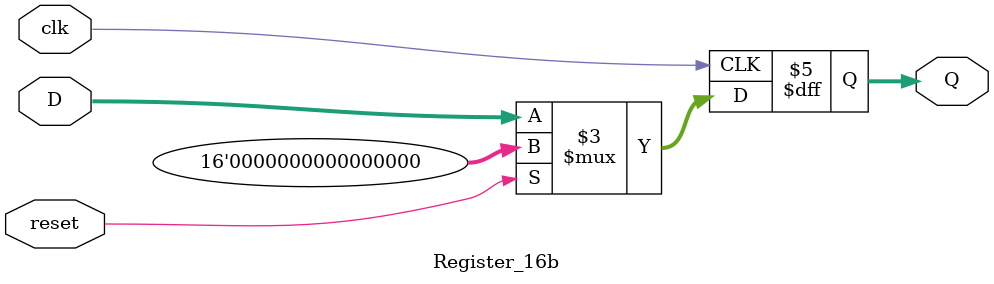
<source format=sv>
`default_nettype none

module Register_16b (
    input wire [15:0] D,
    input wire reset, 
    input wire clk,         
    output reg [15:0] Q
);

    always_ff @(posedge clk) begin
        if (reset) begin
            Q <= '0;
        end else begin
            Q <= D;
        end
    end

endmodule

`default_nettype wire
</source>
